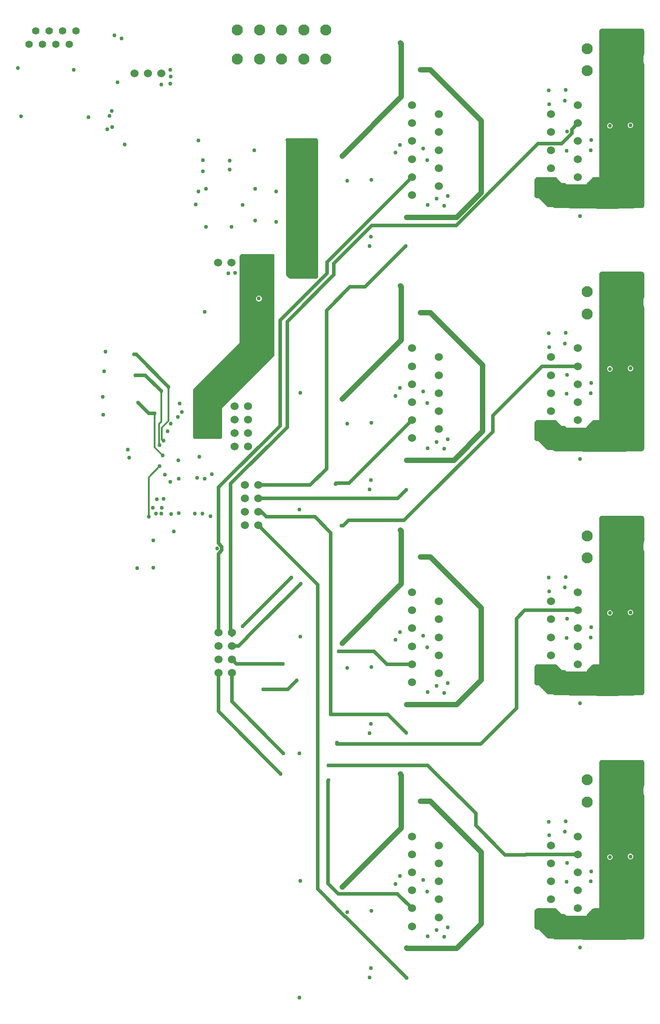
<source format=gbr>
G04 EAGLE Gerber RS-274X export*
G75*
%MOMM*%
%FSLAX34Y34*%
%LPD*%
%INEAGLE Copper Layer 15*%
%IPPOS*%
%AMOC8*
5,1,8,0,0,1.08239X$1,22.5*%
G01*
%ADD10C,1.524000*%
%ADD11C,1.408000*%
%ADD12C,2.100000*%
%ADD13C,0.756400*%
%ADD14C,0.300000*%
%ADD15C,0.700000*%
%ADD16C,1.000000*%

G36*
X1149010Y1521004D02*
X1149010Y1521004D01*
X1149085Y1521001D01*
X1208085Y1522001D01*
X1208227Y1522013D01*
X1208370Y1522014D01*
X1208542Y1522038D01*
X1208715Y1522052D01*
X1208854Y1522081D01*
X1208996Y1522101D01*
X1209163Y1522146D01*
X1209333Y1522182D01*
X1209468Y1522229D01*
X1209606Y1522266D01*
X1209766Y1522332D01*
X1209931Y1522389D01*
X1210059Y1522452D01*
X1210190Y1522506D01*
X1210342Y1522592D01*
X1210497Y1522669D01*
X1210616Y1522748D01*
X1210740Y1522819D01*
X1210879Y1522923D01*
X1211024Y1523019D01*
X1211132Y1523112D01*
X1211246Y1523198D01*
X1211370Y1523318D01*
X1211502Y1523432D01*
X1211597Y1523538D01*
X1211700Y1523638D01*
X1211808Y1523773D01*
X1211924Y1523903D01*
X1212005Y1524020D01*
X1212094Y1524131D01*
X1212185Y1524280D01*
X1212284Y1524423D01*
X1212349Y1524549D01*
X1212424Y1524671D01*
X1212495Y1524829D01*
X1212575Y1524984D01*
X1212624Y1525118D01*
X1212682Y1525248D01*
X1212733Y1525414D01*
X1212792Y1525577D01*
X1212824Y1525716D01*
X1212866Y1525853D01*
X1212895Y1526024D01*
X1212934Y1526193D01*
X1212948Y1526335D01*
X1212972Y1526476D01*
X1212983Y1526689D01*
X1212996Y1526822D01*
X1212994Y1526899D01*
X1212999Y1527000D01*
X1212999Y1793834D01*
X1212994Y1793910D01*
X1212997Y1793985D01*
X1212975Y1794225D01*
X1212959Y1794465D01*
X1212945Y1794539D01*
X1212938Y1794615D01*
X1212861Y1794979D01*
X1212840Y1795086D01*
X1212834Y1795105D01*
X1212829Y1795128D01*
X1211339Y1800688D01*
X1211339Y1807312D01*
X1212829Y1812872D01*
X1212844Y1812946D01*
X1212866Y1813018D01*
X1212906Y1813256D01*
X1212954Y1813492D01*
X1212959Y1813567D01*
X1212972Y1813641D01*
X1212991Y1814014D01*
X1212999Y1814122D01*
X1212998Y1814142D01*
X1212999Y1814166D01*
X1212999Y1857000D01*
X1212988Y1857185D01*
X1212986Y1857370D01*
X1212968Y1857500D01*
X1212959Y1857631D01*
X1212924Y1857812D01*
X1212899Y1857996D01*
X1212865Y1858122D01*
X1212840Y1858252D01*
X1212782Y1858428D01*
X1212734Y1858606D01*
X1212684Y1858727D01*
X1212643Y1858852D01*
X1212564Y1859020D01*
X1212494Y1859190D01*
X1212429Y1859305D01*
X1212373Y1859423D01*
X1212273Y1859579D01*
X1212182Y1859740D01*
X1212103Y1859845D01*
X1212032Y1859956D01*
X1211913Y1860098D01*
X1211802Y1860246D01*
X1211711Y1860340D01*
X1211627Y1860441D01*
X1211491Y1860567D01*
X1211362Y1860700D01*
X1211260Y1860782D01*
X1211163Y1860871D01*
X1211013Y1860979D01*
X1210869Y1861094D01*
X1210756Y1861163D01*
X1210650Y1861239D01*
X1210487Y1861327D01*
X1210329Y1861424D01*
X1210209Y1861477D01*
X1210094Y1861540D01*
X1209921Y1861606D01*
X1209752Y1861682D01*
X1209627Y1861720D01*
X1209504Y1861768D01*
X1209324Y1861812D01*
X1209147Y1861866D01*
X1209018Y1861888D01*
X1208890Y1861919D01*
X1208707Y1861941D01*
X1208524Y1861972D01*
X1208371Y1861980D01*
X1208263Y1861992D01*
X1208154Y1861991D01*
X1208000Y1861999D01*
X1133000Y1861999D01*
X1132815Y1861988D01*
X1132630Y1861986D01*
X1132500Y1861968D01*
X1132369Y1861959D01*
X1132188Y1861924D01*
X1132004Y1861899D01*
X1131878Y1861865D01*
X1131748Y1861840D01*
X1131572Y1861782D01*
X1131394Y1861734D01*
X1131273Y1861684D01*
X1131148Y1861643D01*
X1130980Y1861564D01*
X1130810Y1861494D01*
X1130695Y1861429D01*
X1130577Y1861373D01*
X1130421Y1861273D01*
X1130260Y1861182D01*
X1130155Y1861103D01*
X1130044Y1861032D01*
X1129902Y1860913D01*
X1129754Y1860802D01*
X1129660Y1860711D01*
X1129559Y1860627D01*
X1129433Y1860491D01*
X1129300Y1860362D01*
X1129218Y1860260D01*
X1129129Y1860163D01*
X1129021Y1860013D01*
X1128906Y1859869D01*
X1128837Y1859756D01*
X1128761Y1859650D01*
X1128673Y1859487D01*
X1128576Y1859329D01*
X1128523Y1859209D01*
X1128460Y1859094D01*
X1128394Y1858921D01*
X1128318Y1858752D01*
X1128280Y1858627D01*
X1128232Y1858504D01*
X1128188Y1858324D01*
X1128134Y1858147D01*
X1128112Y1858018D01*
X1128081Y1857890D01*
X1128059Y1857707D01*
X1128028Y1857524D01*
X1128020Y1857371D01*
X1128008Y1857263D01*
X1128009Y1857154D01*
X1128001Y1857000D01*
X1128001Y1580999D01*
X1118000Y1580999D01*
X1117881Y1580992D01*
X1117762Y1580994D01*
X1117566Y1580972D01*
X1117369Y1580959D01*
X1117252Y1580937D01*
X1117133Y1580924D01*
X1116942Y1580877D01*
X1116748Y1580840D01*
X1116635Y1580803D01*
X1116519Y1580775D01*
X1116335Y1580705D01*
X1116148Y1580643D01*
X1116040Y1580592D01*
X1115928Y1580550D01*
X1115755Y1580457D01*
X1115577Y1580373D01*
X1115476Y1580308D01*
X1115371Y1580252D01*
X1115210Y1580138D01*
X1115044Y1580032D01*
X1114952Y1579955D01*
X1114855Y1579886D01*
X1114667Y1579716D01*
X1114559Y1579627D01*
X1114554Y1579621D01*
X1114552Y1579619D01*
X1114516Y1579581D01*
X1114465Y1579535D01*
X1105465Y1570535D01*
X1105386Y1570446D01*
X1105300Y1570362D01*
X1105177Y1570208D01*
X1105047Y1570061D01*
X1104980Y1569962D01*
X1104906Y1569869D01*
X1104803Y1569701D01*
X1104693Y1569537D01*
X1104639Y1569431D01*
X1104576Y1569329D01*
X1104496Y1569149D01*
X1104407Y1568974D01*
X1104367Y1568861D01*
X1104318Y1568752D01*
X1104261Y1568564D01*
X1104195Y1568378D01*
X1104169Y1568262D01*
X1104159Y1568229D01*
X1102929Y1566999D01*
X1066071Y1566999D01*
X1064535Y1568535D01*
X1064446Y1568614D01*
X1064362Y1568700D01*
X1064208Y1568823D01*
X1064061Y1568953D01*
X1063962Y1569020D01*
X1063869Y1569094D01*
X1063701Y1569197D01*
X1063537Y1569307D01*
X1063431Y1569361D01*
X1063329Y1569424D01*
X1063149Y1569504D01*
X1062974Y1569593D01*
X1062861Y1569633D01*
X1062752Y1569682D01*
X1062564Y1569739D01*
X1062378Y1569806D01*
X1062262Y1569831D01*
X1062147Y1569866D01*
X1061953Y1569899D01*
X1061761Y1569941D01*
X1061642Y1569952D01*
X1061524Y1569972D01*
X1061271Y1569985D01*
X1061131Y1569998D01*
X1061073Y1569995D01*
X1061000Y1569999D01*
X1057071Y1569999D01*
X1047535Y1579535D01*
X1047447Y1579612D01*
X1047370Y1579692D01*
X1047369Y1579693D01*
X1047362Y1579700D01*
X1047208Y1579823D01*
X1047061Y1579953D01*
X1046962Y1580020D01*
X1046869Y1580094D01*
X1046701Y1580197D01*
X1046537Y1580307D01*
X1046431Y1580361D01*
X1046329Y1580424D01*
X1046149Y1580504D01*
X1045974Y1580593D01*
X1045861Y1580633D01*
X1045752Y1580682D01*
X1045564Y1580739D01*
X1045378Y1580806D01*
X1045262Y1580831D01*
X1045147Y1580866D01*
X1044953Y1580899D01*
X1044761Y1580941D01*
X1044642Y1580952D01*
X1044524Y1580972D01*
X1044271Y1580985D01*
X1044131Y1580998D01*
X1044073Y1580995D01*
X1044000Y1580999D01*
X1011000Y1580999D01*
X1010881Y1580992D01*
X1010762Y1580994D01*
X1010566Y1580972D01*
X1010369Y1580959D01*
X1010252Y1580937D01*
X1010133Y1580924D01*
X1009942Y1580877D01*
X1009748Y1580840D01*
X1009635Y1580803D01*
X1009519Y1580775D01*
X1009335Y1580705D01*
X1009148Y1580643D01*
X1009040Y1580592D01*
X1008928Y1580550D01*
X1008755Y1580457D01*
X1008577Y1580373D01*
X1008476Y1580308D01*
X1008371Y1580252D01*
X1008210Y1580138D01*
X1008044Y1580032D01*
X1007952Y1579955D01*
X1007855Y1579886D01*
X1007667Y1579716D01*
X1007559Y1579627D01*
X1007554Y1579621D01*
X1007552Y1579619D01*
X1007516Y1579581D01*
X1007465Y1579535D01*
X1006465Y1578535D01*
X1006386Y1578446D01*
X1006300Y1578362D01*
X1006177Y1578208D01*
X1006047Y1578061D01*
X1005980Y1577962D01*
X1005906Y1577869D01*
X1005803Y1577701D01*
X1005693Y1577537D01*
X1005639Y1577431D01*
X1005576Y1577329D01*
X1005496Y1577149D01*
X1005407Y1576974D01*
X1005367Y1576861D01*
X1005318Y1576752D01*
X1005261Y1576564D01*
X1005195Y1576378D01*
X1005169Y1576262D01*
X1005134Y1576147D01*
X1005101Y1575953D01*
X1005059Y1575761D01*
X1005048Y1575642D01*
X1005028Y1575524D01*
X1005015Y1575271D01*
X1005002Y1575131D01*
X1005005Y1575073D01*
X1005001Y1575000D01*
X1005001Y1546000D01*
X1005012Y1545815D01*
X1005014Y1545630D01*
X1005032Y1545500D01*
X1005041Y1545369D01*
X1005076Y1545188D01*
X1005101Y1545004D01*
X1005135Y1544878D01*
X1005160Y1544748D01*
X1005218Y1544572D01*
X1005266Y1544394D01*
X1005316Y1544273D01*
X1005357Y1544148D01*
X1005436Y1543980D01*
X1005506Y1543810D01*
X1005571Y1543695D01*
X1005627Y1543577D01*
X1005727Y1543421D01*
X1005819Y1543260D01*
X1005897Y1543155D01*
X1005968Y1543044D01*
X1006087Y1542902D01*
X1006198Y1542754D01*
X1006289Y1542660D01*
X1006373Y1542559D01*
X1006509Y1542433D01*
X1006638Y1542300D01*
X1006740Y1542218D01*
X1006837Y1542129D01*
X1006987Y1542021D01*
X1007131Y1541906D01*
X1007244Y1541837D01*
X1007350Y1541761D01*
X1007513Y1541673D01*
X1007671Y1541576D01*
X1007791Y1541523D01*
X1007906Y1541460D01*
X1008079Y1541394D01*
X1008248Y1541318D01*
X1008373Y1541280D01*
X1008496Y1541232D01*
X1008676Y1541188D01*
X1008853Y1541134D01*
X1008982Y1541112D01*
X1009110Y1541081D01*
X1009293Y1541059D01*
X1009476Y1541028D01*
X1009629Y1541020D01*
X1009737Y1541008D01*
X1009846Y1541009D01*
X1010000Y1541001D01*
X1012929Y1541001D01*
X1028465Y1525465D01*
X1028554Y1525386D01*
X1028638Y1525300D01*
X1028792Y1525177D01*
X1028939Y1525047D01*
X1029038Y1524980D01*
X1029131Y1524906D01*
X1029300Y1524803D01*
X1029463Y1524693D01*
X1029569Y1524639D01*
X1029671Y1524576D01*
X1029851Y1524496D01*
X1030026Y1524407D01*
X1030139Y1524367D01*
X1030248Y1524318D01*
X1030436Y1524261D01*
X1030622Y1524195D01*
X1030738Y1524169D01*
X1030853Y1524134D01*
X1031047Y1524101D01*
X1031239Y1524059D01*
X1031358Y1524048D01*
X1031476Y1524028D01*
X1031729Y1524015D01*
X1031869Y1524002D01*
X1031927Y1524005D01*
X1032000Y1524001D01*
X1040929Y1524001D01*
X1041465Y1523465D01*
X1041537Y1523402D01*
X1041602Y1523333D01*
X1041773Y1523193D01*
X1041939Y1523047D01*
X1042018Y1522994D01*
X1042092Y1522933D01*
X1042279Y1522817D01*
X1042463Y1522693D01*
X1042548Y1522649D01*
X1042629Y1522599D01*
X1042829Y1522507D01*
X1043026Y1522407D01*
X1043116Y1522375D01*
X1043203Y1522335D01*
X1043414Y1522269D01*
X1043622Y1522195D01*
X1043715Y1522174D01*
X1043806Y1522145D01*
X1044024Y1522106D01*
X1044239Y1522059D01*
X1044334Y1522050D01*
X1044428Y1522034D01*
X1044735Y1522014D01*
X1044869Y1522002D01*
X1044906Y1522004D01*
X1044952Y1522001D01*
X1148952Y1521001D01*
X1149010Y1521004D01*
G37*
G36*
X1149010Y599004D02*
X1149010Y599004D01*
X1149085Y599001D01*
X1208085Y600001D01*
X1208227Y600013D01*
X1208370Y600014D01*
X1208542Y600038D01*
X1208715Y600052D01*
X1208854Y600081D01*
X1208996Y600101D01*
X1209163Y600146D01*
X1209333Y600182D01*
X1209468Y600229D01*
X1209606Y600266D01*
X1209766Y600332D01*
X1209931Y600389D01*
X1210059Y600452D01*
X1210190Y600506D01*
X1210342Y600592D01*
X1210497Y600669D01*
X1210616Y600748D01*
X1210740Y600819D01*
X1210879Y600923D01*
X1211024Y601019D01*
X1211132Y601112D01*
X1211246Y601198D01*
X1211370Y601318D01*
X1211502Y601432D01*
X1211597Y601538D01*
X1211700Y601638D01*
X1211808Y601773D01*
X1211924Y601903D01*
X1212005Y602020D01*
X1212094Y602131D01*
X1212185Y602280D01*
X1212284Y602423D01*
X1212349Y602549D01*
X1212424Y602671D01*
X1212495Y602829D01*
X1212575Y602984D01*
X1212624Y603118D01*
X1212682Y603248D01*
X1212733Y603414D01*
X1212792Y603577D01*
X1212824Y603716D01*
X1212866Y603853D01*
X1212895Y604024D01*
X1212934Y604193D01*
X1212948Y604335D01*
X1212972Y604476D01*
X1212983Y604689D01*
X1212996Y604822D01*
X1212994Y604899D01*
X1212999Y605000D01*
X1212999Y871834D01*
X1212994Y871910D01*
X1212997Y871985D01*
X1212975Y872225D01*
X1212959Y872465D01*
X1212945Y872539D01*
X1212938Y872615D01*
X1212861Y872979D01*
X1212840Y873086D01*
X1212834Y873105D01*
X1212829Y873128D01*
X1211339Y878688D01*
X1211339Y885312D01*
X1212829Y890872D01*
X1212844Y890946D01*
X1212866Y891018D01*
X1212906Y891256D01*
X1212954Y891492D01*
X1212959Y891567D01*
X1212972Y891641D01*
X1212991Y892014D01*
X1212999Y892122D01*
X1212998Y892142D01*
X1212999Y892166D01*
X1212999Y935000D01*
X1212988Y935185D01*
X1212986Y935370D01*
X1212968Y935500D01*
X1212959Y935631D01*
X1212924Y935812D01*
X1212899Y935996D01*
X1212865Y936122D01*
X1212840Y936252D01*
X1212782Y936428D01*
X1212734Y936606D01*
X1212684Y936727D01*
X1212643Y936852D01*
X1212564Y937020D01*
X1212494Y937190D01*
X1212429Y937305D01*
X1212373Y937423D01*
X1212273Y937579D01*
X1212182Y937740D01*
X1212103Y937845D01*
X1212032Y937956D01*
X1211913Y938098D01*
X1211802Y938246D01*
X1211711Y938340D01*
X1211627Y938441D01*
X1211491Y938567D01*
X1211362Y938700D01*
X1211260Y938782D01*
X1211163Y938871D01*
X1211013Y938979D01*
X1210869Y939094D01*
X1210756Y939163D01*
X1210650Y939239D01*
X1210487Y939327D01*
X1210329Y939424D01*
X1210209Y939477D01*
X1210094Y939540D01*
X1209921Y939606D01*
X1209752Y939682D01*
X1209627Y939720D01*
X1209504Y939768D01*
X1209324Y939812D01*
X1209147Y939866D01*
X1209018Y939888D01*
X1208890Y939919D01*
X1208707Y939941D01*
X1208524Y939972D01*
X1208371Y939980D01*
X1208263Y939992D01*
X1208154Y939991D01*
X1208000Y939999D01*
X1133000Y939999D01*
X1132815Y939988D01*
X1132630Y939986D01*
X1132500Y939968D01*
X1132369Y939959D01*
X1132188Y939924D01*
X1132004Y939899D01*
X1131878Y939865D01*
X1131748Y939840D01*
X1131572Y939782D01*
X1131394Y939734D01*
X1131273Y939684D01*
X1131148Y939643D01*
X1130980Y939564D01*
X1130810Y939494D01*
X1130695Y939429D01*
X1130577Y939373D01*
X1130421Y939273D01*
X1130260Y939182D01*
X1130155Y939103D01*
X1130044Y939032D01*
X1129902Y938913D01*
X1129754Y938802D01*
X1129660Y938711D01*
X1129559Y938627D01*
X1129433Y938491D01*
X1129300Y938362D01*
X1129218Y938260D01*
X1129129Y938163D01*
X1129021Y938013D01*
X1128906Y937869D01*
X1128837Y937756D01*
X1128761Y937650D01*
X1128673Y937487D01*
X1128576Y937329D01*
X1128523Y937209D01*
X1128460Y937094D01*
X1128394Y936921D01*
X1128318Y936752D01*
X1128280Y936627D01*
X1128232Y936504D01*
X1128188Y936324D01*
X1128134Y936147D01*
X1128112Y936018D01*
X1128081Y935890D01*
X1128059Y935707D01*
X1128028Y935524D01*
X1128020Y935371D01*
X1128008Y935263D01*
X1128009Y935154D01*
X1128001Y935000D01*
X1128001Y658999D01*
X1118000Y658999D01*
X1117881Y658992D01*
X1117762Y658994D01*
X1117566Y658972D01*
X1117369Y658959D01*
X1117252Y658937D01*
X1117133Y658924D01*
X1116942Y658877D01*
X1116748Y658840D01*
X1116635Y658803D01*
X1116519Y658775D01*
X1116335Y658705D01*
X1116148Y658643D01*
X1116040Y658592D01*
X1115928Y658550D01*
X1115755Y658457D01*
X1115577Y658373D01*
X1115476Y658308D01*
X1115371Y658252D01*
X1115210Y658138D01*
X1115044Y658032D01*
X1114952Y657955D01*
X1114855Y657886D01*
X1114667Y657716D01*
X1114559Y657627D01*
X1114554Y657621D01*
X1114552Y657619D01*
X1114516Y657581D01*
X1114465Y657535D01*
X1105465Y648535D01*
X1105386Y648446D01*
X1105300Y648362D01*
X1105177Y648208D01*
X1105047Y648061D01*
X1104980Y647962D01*
X1104906Y647869D01*
X1104803Y647701D01*
X1104693Y647537D01*
X1104639Y647431D01*
X1104576Y647329D01*
X1104496Y647149D01*
X1104407Y646974D01*
X1104367Y646861D01*
X1104318Y646752D01*
X1104261Y646564D01*
X1104195Y646378D01*
X1104169Y646262D01*
X1104159Y646229D01*
X1102929Y644999D01*
X1066071Y644999D01*
X1064535Y646535D01*
X1064446Y646614D01*
X1064362Y646700D01*
X1064208Y646823D01*
X1064061Y646953D01*
X1063962Y647020D01*
X1063869Y647094D01*
X1063701Y647197D01*
X1063537Y647307D01*
X1063431Y647361D01*
X1063329Y647424D01*
X1063149Y647504D01*
X1062974Y647593D01*
X1062861Y647633D01*
X1062752Y647682D01*
X1062564Y647739D01*
X1062378Y647806D01*
X1062262Y647831D01*
X1062147Y647866D01*
X1061953Y647899D01*
X1061761Y647941D01*
X1061642Y647952D01*
X1061524Y647972D01*
X1061271Y647985D01*
X1061131Y647998D01*
X1061073Y647995D01*
X1061000Y647999D01*
X1057071Y647999D01*
X1047535Y657535D01*
X1047447Y657612D01*
X1047370Y657692D01*
X1047369Y657693D01*
X1047362Y657700D01*
X1047208Y657823D01*
X1047061Y657953D01*
X1046962Y658020D01*
X1046869Y658094D01*
X1046701Y658197D01*
X1046537Y658307D01*
X1046431Y658361D01*
X1046329Y658424D01*
X1046149Y658504D01*
X1045974Y658593D01*
X1045861Y658633D01*
X1045752Y658682D01*
X1045564Y658739D01*
X1045378Y658806D01*
X1045262Y658831D01*
X1045147Y658866D01*
X1044953Y658899D01*
X1044761Y658941D01*
X1044642Y658952D01*
X1044524Y658972D01*
X1044271Y658985D01*
X1044131Y658998D01*
X1044073Y658995D01*
X1044000Y658999D01*
X1011000Y658999D01*
X1010881Y658992D01*
X1010762Y658994D01*
X1010566Y658972D01*
X1010369Y658959D01*
X1010252Y658937D01*
X1010133Y658924D01*
X1009942Y658877D01*
X1009748Y658840D01*
X1009635Y658803D01*
X1009519Y658775D01*
X1009335Y658705D01*
X1009148Y658643D01*
X1009040Y658592D01*
X1008928Y658550D01*
X1008755Y658457D01*
X1008577Y658373D01*
X1008476Y658308D01*
X1008371Y658252D01*
X1008210Y658138D01*
X1008044Y658032D01*
X1007952Y657955D01*
X1007855Y657886D01*
X1007667Y657716D01*
X1007559Y657627D01*
X1007554Y657621D01*
X1007552Y657619D01*
X1007516Y657581D01*
X1007465Y657535D01*
X1006465Y656535D01*
X1006386Y656446D01*
X1006300Y656362D01*
X1006177Y656208D01*
X1006047Y656061D01*
X1005980Y655962D01*
X1005906Y655869D01*
X1005803Y655701D01*
X1005693Y655537D01*
X1005639Y655431D01*
X1005576Y655329D01*
X1005496Y655149D01*
X1005407Y654974D01*
X1005367Y654861D01*
X1005318Y654752D01*
X1005261Y654564D01*
X1005195Y654378D01*
X1005169Y654262D01*
X1005134Y654147D01*
X1005101Y653953D01*
X1005059Y653761D01*
X1005048Y653642D01*
X1005028Y653524D01*
X1005015Y653271D01*
X1005002Y653131D01*
X1005005Y653073D01*
X1005001Y653000D01*
X1005001Y624000D01*
X1005012Y623815D01*
X1005014Y623630D01*
X1005032Y623500D01*
X1005041Y623369D01*
X1005076Y623188D01*
X1005101Y623004D01*
X1005135Y622878D01*
X1005160Y622748D01*
X1005218Y622572D01*
X1005266Y622394D01*
X1005316Y622273D01*
X1005357Y622148D01*
X1005436Y621980D01*
X1005506Y621810D01*
X1005571Y621695D01*
X1005627Y621577D01*
X1005727Y621421D01*
X1005819Y621260D01*
X1005897Y621155D01*
X1005968Y621044D01*
X1006087Y620902D01*
X1006198Y620754D01*
X1006289Y620660D01*
X1006373Y620559D01*
X1006509Y620433D01*
X1006638Y620300D01*
X1006740Y620218D01*
X1006837Y620129D01*
X1006987Y620021D01*
X1007131Y619906D01*
X1007244Y619837D01*
X1007350Y619761D01*
X1007513Y619673D01*
X1007671Y619576D01*
X1007791Y619523D01*
X1007906Y619460D01*
X1008079Y619394D01*
X1008248Y619318D01*
X1008373Y619280D01*
X1008496Y619232D01*
X1008676Y619188D01*
X1008853Y619134D01*
X1008982Y619112D01*
X1009110Y619081D01*
X1009293Y619059D01*
X1009476Y619028D01*
X1009629Y619020D01*
X1009737Y619008D01*
X1009846Y619009D01*
X1010000Y619001D01*
X1012929Y619001D01*
X1028465Y603465D01*
X1028554Y603386D01*
X1028638Y603300D01*
X1028792Y603177D01*
X1028939Y603047D01*
X1029038Y602980D01*
X1029131Y602906D01*
X1029300Y602803D01*
X1029463Y602693D01*
X1029569Y602639D01*
X1029671Y602576D01*
X1029851Y602496D01*
X1030026Y602407D01*
X1030139Y602367D01*
X1030248Y602318D01*
X1030436Y602261D01*
X1030622Y602195D01*
X1030738Y602169D01*
X1030853Y602134D01*
X1031047Y602101D01*
X1031239Y602059D01*
X1031358Y602048D01*
X1031476Y602028D01*
X1031729Y602015D01*
X1031869Y602002D01*
X1031927Y602005D01*
X1032000Y602001D01*
X1040929Y602001D01*
X1041465Y601465D01*
X1041537Y601402D01*
X1041602Y601333D01*
X1041773Y601193D01*
X1041939Y601047D01*
X1042018Y600994D01*
X1042092Y600933D01*
X1042279Y600817D01*
X1042463Y600693D01*
X1042548Y600649D01*
X1042629Y600599D01*
X1042829Y600507D01*
X1043026Y600407D01*
X1043116Y600375D01*
X1043203Y600335D01*
X1043414Y600269D01*
X1043622Y600195D01*
X1043715Y600174D01*
X1043806Y600145D01*
X1044024Y600106D01*
X1044239Y600059D01*
X1044334Y600050D01*
X1044428Y600034D01*
X1044735Y600014D01*
X1044869Y600002D01*
X1044906Y600004D01*
X1044952Y600001D01*
X1148952Y599001D01*
X1149010Y599004D01*
G37*
G36*
X1149010Y137004D02*
X1149010Y137004D01*
X1149085Y137001D01*
X1208085Y138001D01*
X1208227Y138013D01*
X1208370Y138014D01*
X1208542Y138038D01*
X1208715Y138052D01*
X1208854Y138081D01*
X1208996Y138101D01*
X1209163Y138146D01*
X1209333Y138182D01*
X1209468Y138229D01*
X1209606Y138266D01*
X1209766Y138332D01*
X1209931Y138389D01*
X1210059Y138452D01*
X1210190Y138506D01*
X1210342Y138592D01*
X1210497Y138669D01*
X1210616Y138748D01*
X1210740Y138819D01*
X1210879Y138923D01*
X1211024Y139019D01*
X1211132Y139112D01*
X1211246Y139198D01*
X1211370Y139318D01*
X1211502Y139432D01*
X1211597Y139538D01*
X1211700Y139638D01*
X1211808Y139773D01*
X1211924Y139903D01*
X1212005Y140020D01*
X1212094Y140131D01*
X1212185Y140280D01*
X1212284Y140423D01*
X1212349Y140549D01*
X1212424Y140671D01*
X1212495Y140829D01*
X1212575Y140984D01*
X1212624Y141118D01*
X1212682Y141248D01*
X1212733Y141414D01*
X1212792Y141577D01*
X1212824Y141716D01*
X1212866Y141853D01*
X1212895Y142024D01*
X1212934Y142193D01*
X1212948Y142335D01*
X1212972Y142476D01*
X1212983Y142689D01*
X1212996Y142822D01*
X1212994Y142899D01*
X1212999Y143000D01*
X1212999Y409834D01*
X1212994Y409910D01*
X1212997Y409985D01*
X1212975Y410225D01*
X1212959Y410465D01*
X1212945Y410539D01*
X1212938Y410615D01*
X1212861Y410979D01*
X1212840Y411086D01*
X1212834Y411105D01*
X1212829Y411128D01*
X1211339Y416688D01*
X1211339Y423312D01*
X1212829Y428872D01*
X1212844Y428946D01*
X1212866Y429018D01*
X1212906Y429256D01*
X1212954Y429492D01*
X1212959Y429567D01*
X1212972Y429641D01*
X1212991Y430014D01*
X1212999Y430122D01*
X1212998Y430142D01*
X1212999Y430166D01*
X1212999Y473000D01*
X1212988Y473185D01*
X1212986Y473370D01*
X1212968Y473500D01*
X1212959Y473631D01*
X1212924Y473812D01*
X1212899Y473996D01*
X1212865Y474122D01*
X1212840Y474252D01*
X1212782Y474428D01*
X1212734Y474606D01*
X1212684Y474727D01*
X1212643Y474852D01*
X1212564Y475020D01*
X1212494Y475190D01*
X1212429Y475305D01*
X1212373Y475423D01*
X1212273Y475579D01*
X1212182Y475740D01*
X1212103Y475845D01*
X1212032Y475956D01*
X1211913Y476098D01*
X1211802Y476246D01*
X1211711Y476340D01*
X1211627Y476441D01*
X1211491Y476567D01*
X1211362Y476700D01*
X1211260Y476782D01*
X1211163Y476871D01*
X1211013Y476979D01*
X1210869Y477094D01*
X1210756Y477163D01*
X1210650Y477239D01*
X1210487Y477327D01*
X1210329Y477424D01*
X1210209Y477477D01*
X1210094Y477540D01*
X1209921Y477606D01*
X1209752Y477682D01*
X1209627Y477720D01*
X1209504Y477768D01*
X1209324Y477812D01*
X1209147Y477866D01*
X1209018Y477888D01*
X1208890Y477919D01*
X1208707Y477941D01*
X1208524Y477972D01*
X1208371Y477980D01*
X1208263Y477992D01*
X1208154Y477991D01*
X1208000Y477999D01*
X1133000Y477999D01*
X1132815Y477988D01*
X1132630Y477986D01*
X1132500Y477968D01*
X1132369Y477959D01*
X1132188Y477924D01*
X1132004Y477899D01*
X1131878Y477865D01*
X1131748Y477840D01*
X1131572Y477782D01*
X1131394Y477734D01*
X1131273Y477684D01*
X1131148Y477643D01*
X1130980Y477564D01*
X1130810Y477494D01*
X1130695Y477429D01*
X1130577Y477373D01*
X1130421Y477273D01*
X1130260Y477182D01*
X1130155Y477103D01*
X1130044Y477032D01*
X1129902Y476913D01*
X1129754Y476802D01*
X1129660Y476711D01*
X1129559Y476627D01*
X1129433Y476491D01*
X1129300Y476362D01*
X1129218Y476260D01*
X1129129Y476163D01*
X1129021Y476013D01*
X1128906Y475869D01*
X1128837Y475756D01*
X1128761Y475650D01*
X1128673Y475487D01*
X1128576Y475329D01*
X1128523Y475209D01*
X1128460Y475094D01*
X1128394Y474921D01*
X1128318Y474752D01*
X1128280Y474627D01*
X1128232Y474504D01*
X1128188Y474324D01*
X1128134Y474147D01*
X1128112Y474018D01*
X1128081Y473890D01*
X1128059Y473707D01*
X1128028Y473524D01*
X1128020Y473371D01*
X1128008Y473263D01*
X1128009Y473154D01*
X1128001Y473000D01*
X1128001Y196999D01*
X1118000Y196999D01*
X1117881Y196992D01*
X1117762Y196994D01*
X1117566Y196972D01*
X1117369Y196959D01*
X1117252Y196937D01*
X1117133Y196924D01*
X1116942Y196877D01*
X1116748Y196840D01*
X1116635Y196803D01*
X1116519Y196775D01*
X1116335Y196705D01*
X1116148Y196643D01*
X1116040Y196592D01*
X1115928Y196550D01*
X1115755Y196457D01*
X1115577Y196373D01*
X1115476Y196308D01*
X1115371Y196252D01*
X1115210Y196138D01*
X1115044Y196032D01*
X1114952Y195955D01*
X1114855Y195886D01*
X1114667Y195716D01*
X1114559Y195627D01*
X1114554Y195621D01*
X1114552Y195619D01*
X1114516Y195581D01*
X1114465Y195535D01*
X1105465Y186535D01*
X1105386Y186446D01*
X1105300Y186362D01*
X1105177Y186208D01*
X1105047Y186061D01*
X1104980Y185962D01*
X1104906Y185869D01*
X1104803Y185701D01*
X1104693Y185537D01*
X1104639Y185431D01*
X1104576Y185329D01*
X1104496Y185149D01*
X1104407Y184974D01*
X1104367Y184861D01*
X1104318Y184752D01*
X1104261Y184564D01*
X1104195Y184378D01*
X1104169Y184262D01*
X1104159Y184229D01*
X1102929Y182999D01*
X1066071Y182999D01*
X1064535Y184535D01*
X1064446Y184614D01*
X1064362Y184700D01*
X1064208Y184823D01*
X1064061Y184953D01*
X1063962Y185020D01*
X1063869Y185094D01*
X1063701Y185197D01*
X1063537Y185307D01*
X1063431Y185361D01*
X1063329Y185424D01*
X1063149Y185504D01*
X1062974Y185593D01*
X1062861Y185633D01*
X1062752Y185682D01*
X1062564Y185739D01*
X1062378Y185806D01*
X1062262Y185831D01*
X1062147Y185866D01*
X1061953Y185899D01*
X1061761Y185941D01*
X1061642Y185952D01*
X1061524Y185972D01*
X1061271Y185985D01*
X1061131Y185998D01*
X1061073Y185995D01*
X1061000Y185999D01*
X1057071Y185999D01*
X1047535Y195535D01*
X1047447Y195612D01*
X1047370Y195692D01*
X1047369Y195693D01*
X1047362Y195700D01*
X1047208Y195823D01*
X1047061Y195953D01*
X1046962Y196020D01*
X1046869Y196094D01*
X1046701Y196197D01*
X1046537Y196307D01*
X1046431Y196361D01*
X1046329Y196424D01*
X1046149Y196504D01*
X1045974Y196593D01*
X1045861Y196633D01*
X1045752Y196682D01*
X1045564Y196739D01*
X1045378Y196806D01*
X1045262Y196831D01*
X1045147Y196866D01*
X1044953Y196899D01*
X1044761Y196941D01*
X1044642Y196952D01*
X1044524Y196972D01*
X1044271Y196985D01*
X1044131Y196998D01*
X1044073Y196995D01*
X1044000Y196999D01*
X1011000Y196999D01*
X1010881Y196992D01*
X1010762Y196994D01*
X1010566Y196972D01*
X1010369Y196959D01*
X1010252Y196937D01*
X1010133Y196924D01*
X1009942Y196877D01*
X1009748Y196840D01*
X1009635Y196803D01*
X1009519Y196775D01*
X1009335Y196705D01*
X1009148Y196643D01*
X1009040Y196592D01*
X1008928Y196550D01*
X1008755Y196457D01*
X1008577Y196373D01*
X1008476Y196308D01*
X1008371Y196252D01*
X1008210Y196138D01*
X1008044Y196032D01*
X1007952Y195955D01*
X1007855Y195886D01*
X1007667Y195716D01*
X1007559Y195627D01*
X1007554Y195621D01*
X1007552Y195619D01*
X1007516Y195581D01*
X1007465Y195535D01*
X1006465Y194535D01*
X1006386Y194446D01*
X1006300Y194362D01*
X1006177Y194208D01*
X1006047Y194061D01*
X1005980Y193962D01*
X1005906Y193869D01*
X1005803Y193701D01*
X1005693Y193537D01*
X1005639Y193431D01*
X1005576Y193329D01*
X1005496Y193149D01*
X1005407Y192974D01*
X1005367Y192861D01*
X1005318Y192752D01*
X1005261Y192564D01*
X1005195Y192378D01*
X1005169Y192262D01*
X1005134Y192147D01*
X1005101Y191953D01*
X1005059Y191761D01*
X1005048Y191642D01*
X1005028Y191524D01*
X1005015Y191271D01*
X1005002Y191131D01*
X1005005Y191073D01*
X1005001Y191000D01*
X1005001Y162000D01*
X1005012Y161815D01*
X1005014Y161630D01*
X1005032Y161500D01*
X1005041Y161369D01*
X1005076Y161188D01*
X1005101Y161004D01*
X1005135Y160878D01*
X1005160Y160748D01*
X1005218Y160572D01*
X1005266Y160394D01*
X1005316Y160273D01*
X1005357Y160148D01*
X1005436Y159980D01*
X1005506Y159810D01*
X1005571Y159695D01*
X1005627Y159577D01*
X1005727Y159421D01*
X1005819Y159260D01*
X1005897Y159155D01*
X1005968Y159044D01*
X1006087Y158902D01*
X1006198Y158754D01*
X1006289Y158660D01*
X1006373Y158559D01*
X1006509Y158433D01*
X1006638Y158300D01*
X1006740Y158218D01*
X1006837Y158129D01*
X1006987Y158021D01*
X1007131Y157906D01*
X1007244Y157837D01*
X1007350Y157761D01*
X1007513Y157673D01*
X1007671Y157576D01*
X1007791Y157523D01*
X1007906Y157460D01*
X1008079Y157394D01*
X1008248Y157318D01*
X1008373Y157280D01*
X1008496Y157232D01*
X1008676Y157188D01*
X1008853Y157134D01*
X1008982Y157112D01*
X1009110Y157081D01*
X1009293Y157059D01*
X1009476Y157028D01*
X1009629Y157020D01*
X1009737Y157008D01*
X1009846Y157009D01*
X1010000Y157001D01*
X1012929Y157001D01*
X1028465Y141465D01*
X1028554Y141386D01*
X1028638Y141300D01*
X1028792Y141177D01*
X1028939Y141047D01*
X1029038Y140980D01*
X1029131Y140906D01*
X1029300Y140803D01*
X1029463Y140693D01*
X1029569Y140639D01*
X1029671Y140576D01*
X1029851Y140496D01*
X1030026Y140407D01*
X1030139Y140367D01*
X1030248Y140318D01*
X1030436Y140261D01*
X1030622Y140195D01*
X1030738Y140169D01*
X1030853Y140134D01*
X1031047Y140101D01*
X1031239Y140059D01*
X1031358Y140048D01*
X1031476Y140028D01*
X1031729Y140015D01*
X1031869Y140002D01*
X1031927Y140005D01*
X1032000Y140001D01*
X1040929Y140001D01*
X1041465Y139465D01*
X1041537Y139402D01*
X1041602Y139333D01*
X1041773Y139193D01*
X1041939Y139047D01*
X1042018Y138994D01*
X1042092Y138933D01*
X1042279Y138817D01*
X1042463Y138693D01*
X1042548Y138649D01*
X1042629Y138599D01*
X1042829Y138507D01*
X1043026Y138407D01*
X1043116Y138375D01*
X1043203Y138335D01*
X1043414Y138269D01*
X1043622Y138195D01*
X1043715Y138174D01*
X1043806Y138145D01*
X1044024Y138106D01*
X1044239Y138059D01*
X1044334Y138050D01*
X1044428Y138034D01*
X1044735Y138014D01*
X1044869Y138002D01*
X1044906Y138004D01*
X1044952Y138001D01*
X1148952Y137001D01*
X1149010Y137004D01*
G37*
G36*
X1149010Y1061004D02*
X1149010Y1061004D01*
X1149085Y1061001D01*
X1208085Y1062001D01*
X1208227Y1062013D01*
X1208370Y1062014D01*
X1208542Y1062038D01*
X1208715Y1062052D01*
X1208854Y1062081D01*
X1208996Y1062101D01*
X1209163Y1062146D01*
X1209333Y1062182D01*
X1209468Y1062229D01*
X1209606Y1062266D01*
X1209766Y1062332D01*
X1209931Y1062389D01*
X1210059Y1062452D01*
X1210190Y1062506D01*
X1210342Y1062592D01*
X1210497Y1062669D01*
X1210616Y1062748D01*
X1210740Y1062819D01*
X1210879Y1062923D01*
X1211024Y1063019D01*
X1211132Y1063112D01*
X1211246Y1063198D01*
X1211370Y1063318D01*
X1211502Y1063432D01*
X1211597Y1063538D01*
X1211700Y1063638D01*
X1211808Y1063773D01*
X1211924Y1063903D01*
X1212005Y1064020D01*
X1212094Y1064131D01*
X1212185Y1064280D01*
X1212284Y1064423D01*
X1212349Y1064549D01*
X1212424Y1064671D01*
X1212495Y1064829D01*
X1212575Y1064984D01*
X1212624Y1065118D01*
X1212682Y1065248D01*
X1212733Y1065414D01*
X1212792Y1065577D01*
X1212824Y1065716D01*
X1212866Y1065853D01*
X1212895Y1066024D01*
X1212934Y1066193D01*
X1212948Y1066335D01*
X1212972Y1066476D01*
X1212983Y1066689D01*
X1212996Y1066822D01*
X1212994Y1066899D01*
X1212999Y1067000D01*
X1212999Y1333834D01*
X1212994Y1333910D01*
X1212997Y1333985D01*
X1212975Y1334225D01*
X1212959Y1334465D01*
X1212945Y1334539D01*
X1212938Y1334615D01*
X1212861Y1334979D01*
X1212840Y1335086D01*
X1212834Y1335105D01*
X1212829Y1335128D01*
X1211339Y1340688D01*
X1211339Y1347312D01*
X1212829Y1352872D01*
X1212844Y1352946D01*
X1212866Y1353018D01*
X1212906Y1353256D01*
X1212954Y1353492D01*
X1212959Y1353567D01*
X1212972Y1353641D01*
X1212991Y1354014D01*
X1212999Y1354122D01*
X1212998Y1354142D01*
X1212999Y1354166D01*
X1212999Y1397000D01*
X1212988Y1397185D01*
X1212986Y1397370D01*
X1212968Y1397500D01*
X1212959Y1397631D01*
X1212924Y1397812D01*
X1212899Y1397996D01*
X1212865Y1398122D01*
X1212840Y1398252D01*
X1212782Y1398428D01*
X1212734Y1398606D01*
X1212684Y1398727D01*
X1212643Y1398852D01*
X1212564Y1399020D01*
X1212494Y1399190D01*
X1212429Y1399305D01*
X1212373Y1399423D01*
X1212273Y1399579D01*
X1212182Y1399740D01*
X1212103Y1399845D01*
X1212032Y1399956D01*
X1211913Y1400098D01*
X1211802Y1400246D01*
X1211711Y1400340D01*
X1211627Y1400441D01*
X1211491Y1400567D01*
X1211362Y1400700D01*
X1211260Y1400782D01*
X1211163Y1400871D01*
X1211013Y1400979D01*
X1210869Y1401094D01*
X1210756Y1401163D01*
X1210650Y1401239D01*
X1210487Y1401327D01*
X1210329Y1401424D01*
X1210209Y1401477D01*
X1210094Y1401540D01*
X1209921Y1401606D01*
X1209752Y1401682D01*
X1209627Y1401720D01*
X1209504Y1401768D01*
X1209324Y1401812D01*
X1209147Y1401866D01*
X1209018Y1401888D01*
X1208890Y1401919D01*
X1208707Y1401941D01*
X1208524Y1401972D01*
X1208371Y1401980D01*
X1208263Y1401992D01*
X1208154Y1401991D01*
X1208000Y1401999D01*
X1133000Y1401999D01*
X1132815Y1401988D01*
X1132630Y1401986D01*
X1132500Y1401968D01*
X1132369Y1401959D01*
X1132188Y1401924D01*
X1132004Y1401899D01*
X1131878Y1401865D01*
X1131748Y1401840D01*
X1131572Y1401782D01*
X1131394Y1401734D01*
X1131273Y1401684D01*
X1131148Y1401643D01*
X1130980Y1401564D01*
X1130810Y1401494D01*
X1130695Y1401429D01*
X1130577Y1401373D01*
X1130421Y1401273D01*
X1130260Y1401182D01*
X1130155Y1401103D01*
X1130044Y1401032D01*
X1129902Y1400913D01*
X1129754Y1400802D01*
X1129660Y1400711D01*
X1129559Y1400627D01*
X1129433Y1400491D01*
X1129300Y1400362D01*
X1129218Y1400260D01*
X1129129Y1400163D01*
X1129021Y1400013D01*
X1128906Y1399869D01*
X1128837Y1399756D01*
X1128761Y1399650D01*
X1128673Y1399487D01*
X1128576Y1399329D01*
X1128523Y1399209D01*
X1128460Y1399094D01*
X1128394Y1398921D01*
X1128318Y1398752D01*
X1128280Y1398627D01*
X1128232Y1398504D01*
X1128188Y1398324D01*
X1128134Y1398147D01*
X1128112Y1398018D01*
X1128081Y1397890D01*
X1128059Y1397707D01*
X1128028Y1397524D01*
X1128020Y1397371D01*
X1128008Y1397263D01*
X1128009Y1397154D01*
X1128001Y1397000D01*
X1128001Y1120999D01*
X1118000Y1120999D01*
X1117881Y1120992D01*
X1117762Y1120994D01*
X1117566Y1120972D01*
X1117369Y1120959D01*
X1117252Y1120937D01*
X1117133Y1120924D01*
X1116942Y1120877D01*
X1116748Y1120840D01*
X1116635Y1120803D01*
X1116519Y1120775D01*
X1116335Y1120705D01*
X1116148Y1120643D01*
X1116040Y1120592D01*
X1115928Y1120550D01*
X1115755Y1120457D01*
X1115577Y1120373D01*
X1115476Y1120308D01*
X1115371Y1120252D01*
X1115210Y1120138D01*
X1115044Y1120032D01*
X1114952Y1119955D01*
X1114855Y1119886D01*
X1114667Y1119716D01*
X1114559Y1119627D01*
X1114554Y1119621D01*
X1114552Y1119619D01*
X1114516Y1119581D01*
X1114465Y1119535D01*
X1105465Y1110535D01*
X1105386Y1110446D01*
X1105300Y1110362D01*
X1105177Y1110208D01*
X1105047Y1110061D01*
X1104980Y1109962D01*
X1104906Y1109869D01*
X1104803Y1109701D01*
X1104693Y1109537D01*
X1104639Y1109431D01*
X1104576Y1109329D01*
X1104496Y1109149D01*
X1104407Y1108974D01*
X1104367Y1108861D01*
X1104318Y1108752D01*
X1104261Y1108564D01*
X1104195Y1108378D01*
X1104169Y1108262D01*
X1104159Y1108229D01*
X1102929Y1106999D01*
X1066071Y1106999D01*
X1064535Y1108535D01*
X1064446Y1108614D01*
X1064362Y1108700D01*
X1064208Y1108823D01*
X1064061Y1108953D01*
X1063962Y1109020D01*
X1063869Y1109094D01*
X1063701Y1109197D01*
X1063537Y1109307D01*
X1063431Y1109361D01*
X1063329Y1109424D01*
X1063149Y1109504D01*
X1062974Y1109593D01*
X1062861Y1109633D01*
X1062752Y1109682D01*
X1062564Y1109739D01*
X1062378Y1109806D01*
X1062262Y1109831D01*
X1062147Y1109866D01*
X1061953Y1109899D01*
X1061761Y1109941D01*
X1061642Y1109952D01*
X1061524Y1109972D01*
X1061271Y1109985D01*
X1061131Y1109998D01*
X1061073Y1109995D01*
X1061000Y1109999D01*
X1057071Y1109999D01*
X1047535Y1119535D01*
X1047447Y1119612D01*
X1047370Y1119692D01*
X1047369Y1119693D01*
X1047362Y1119700D01*
X1047208Y1119823D01*
X1047061Y1119953D01*
X1046962Y1120020D01*
X1046869Y1120094D01*
X1046701Y1120197D01*
X1046537Y1120307D01*
X1046431Y1120361D01*
X1046329Y1120424D01*
X1046149Y1120504D01*
X1045974Y1120593D01*
X1045861Y1120633D01*
X1045752Y1120682D01*
X1045564Y1120739D01*
X1045378Y1120806D01*
X1045262Y1120831D01*
X1045147Y1120866D01*
X1044953Y1120899D01*
X1044761Y1120941D01*
X1044642Y1120952D01*
X1044524Y1120972D01*
X1044271Y1120985D01*
X1044131Y1120998D01*
X1044073Y1120995D01*
X1044000Y1120999D01*
X1011000Y1120999D01*
X1010881Y1120992D01*
X1010762Y1120994D01*
X1010566Y1120972D01*
X1010369Y1120959D01*
X1010252Y1120937D01*
X1010133Y1120924D01*
X1009942Y1120877D01*
X1009748Y1120840D01*
X1009635Y1120803D01*
X1009519Y1120775D01*
X1009335Y1120705D01*
X1009148Y1120643D01*
X1009040Y1120592D01*
X1008928Y1120550D01*
X1008755Y1120457D01*
X1008577Y1120373D01*
X1008476Y1120308D01*
X1008371Y1120252D01*
X1008210Y1120138D01*
X1008044Y1120032D01*
X1007952Y1119955D01*
X1007855Y1119886D01*
X1007667Y1119716D01*
X1007559Y1119627D01*
X1007554Y1119621D01*
X1007552Y1119619D01*
X1007516Y1119581D01*
X1007465Y1119535D01*
X1006465Y1118535D01*
X1006386Y1118446D01*
X1006300Y1118362D01*
X1006177Y1118208D01*
X1006047Y1118061D01*
X1005980Y1117962D01*
X1005906Y1117869D01*
X1005803Y1117701D01*
X1005693Y1117537D01*
X1005639Y1117431D01*
X1005576Y1117329D01*
X1005496Y1117149D01*
X1005407Y1116974D01*
X1005367Y1116861D01*
X1005318Y1116752D01*
X1005261Y1116564D01*
X1005195Y1116378D01*
X1005169Y1116262D01*
X1005134Y1116147D01*
X1005101Y1115953D01*
X1005059Y1115761D01*
X1005048Y1115642D01*
X1005028Y1115524D01*
X1005015Y1115271D01*
X1005002Y1115131D01*
X1005005Y1115073D01*
X1005001Y1115000D01*
X1005001Y1086000D01*
X1005012Y1085815D01*
X1005014Y1085630D01*
X1005032Y1085500D01*
X1005041Y1085369D01*
X1005076Y1085188D01*
X1005101Y1085004D01*
X1005135Y1084878D01*
X1005160Y1084748D01*
X1005218Y1084572D01*
X1005266Y1084394D01*
X1005316Y1084273D01*
X1005357Y1084148D01*
X1005436Y1083980D01*
X1005506Y1083810D01*
X1005571Y1083695D01*
X1005627Y1083577D01*
X1005727Y1083421D01*
X1005819Y1083260D01*
X1005897Y1083155D01*
X1005968Y1083044D01*
X1006087Y1082902D01*
X1006198Y1082754D01*
X1006289Y1082660D01*
X1006373Y1082559D01*
X1006509Y1082433D01*
X1006638Y1082300D01*
X1006740Y1082218D01*
X1006837Y1082129D01*
X1006987Y1082021D01*
X1007131Y1081906D01*
X1007244Y1081837D01*
X1007350Y1081761D01*
X1007513Y1081673D01*
X1007671Y1081576D01*
X1007791Y1081523D01*
X1007906Y1081460D01*
X1008079Y1081394D01*
X1008248Y1081318D01*
X1008373Y1081280D01*
X1008496Y1081232D01*
X1008676Y1081188D01*
X1008853Y1081134D01*
X1008982Y1081112D01*
X1009110Y1081081D01*
X1009293Y1081059D01*
X1009476Y1081028D01*
X1009629Y1081020D01*
X1009737Y1081008D01*
X1009846Y1081009D01*
X1010000Y1081001D01*
X1012929Y1081001D01*
X1028465Y1065465D01*
X1028554Y1065386D01*
X1028638Y1065300D01*
X1028792Y1065177D01*
X1028939Y1065047D01*
X1029038Y1064980D01*
X1029131Y1064906D01*
X1029300Y1064803D01*
X1029463Y1064693D01*
X1029569Y1064639D01*
X1029671Y1064576D01*
X1029851Y1064496D01*
X1030026Y1064407D01*
X1030139Y1064367D01*
X1030248Y1064318D01*
X1030436Y1064261D01*
X1030622Y1064195D01*
X1030738Y1064169D01*
X1030853Y1064134D01*
X1031047Y1064101D01*
X1031239Y1064059D01*
X1031358Y1064048D01*
X1031476Y1064028D01*
X1031729Y1064015D01*
X1031869Y1064002D01*
X1031927Y1064005D01*
X1032000Y1064001D01*
X1040929Y1064001D01*
X1041465Y1063465D01*
X1041537Y1063402D01*
X1041602Y1063333D01*
X1041773Y1063193D01*
X1041939Y1063047D01*
X1042018Y1062994D01*
X1042092Y1062933D01*
X1042279Y1062817D01*
X1042463Y1062693D01*
X1042548Y1062649D01*
X1042629Y1062599D01*
X1042829Y1062507D01*
X1043026Y1062407D01*
X1043116Y1062375D01*
X1043203Y1062335D01*
X1043414Y1062269D01*
X1043622Y1062195D01*
X1043715Y1062174D01*
X1043806Y1062145D01*
X1044024Y1062106D01*
X1044239Y1062059D01*
X1044334Y1062050D01*
X1044428Y1062034D01*
X1044735Y1062014D01*
X1044869Y1062002D01*
X1044906Y1062004D01*
X1044952Y1062001D01*
X1148952Y1061001D01*
X1149010Y1061004D01*
G37*
G36*
X410162Y1085513D02*
X410162Y1085513D01*
X410324Y1085516D01*
X410425Y1085533D01*
X410527Y1085541D01*
X410685Y1085577D01*
X410846Y1085604D01*
X410943Y1085637D01*
X411042Y1085660D01*
X411193Y1085719D01*
X411348Y1085771D01*
X411439Y1085817D01*
X411534Y1085855D01*
X411674Y1085937D01*
X411819Y1086011D01*
X411902Y1086070D01*
X411990Y1086122D01*
X412117Y1086224D01*
X412248Y1086319D01*
X412321Y1086390D01*
X412401Y1086454D01*
X412511Y1086575D01*
X412627Y1086688D01*
X412688Y1086770D01*
X412757Y1086845D01*
X412847Y1086980D01*
X412945Y1087110D01*
X412994Y1087200D01*
X413050Y1087285D01*
X413119Y1087432D01*
X413196Y1087575D01*
X413231Y1087672D01*
X413274Y1087764D01*
X413320Y1087920D01*
X413374Y1088073D01*
X413394Y1088174D01*
X413423Y1088272D01*
X413444Y1088432D01*
X413475Y1088592D01*
X413483Y1088718D01*
X413493Y1088796D01*
X413492Y1088875D01*
X413499Y1089000D01*
X413499Y1143551D01*
X511474Y1241526D01*
X511547Y1241610D01*
X511627Y1241688D01*
X511719Y1241810D01*
X511819Y1241927D01*
X511878Y1242021D01*
X511945Y1242110D01*
X512018Y1242245D01*
X512099Y1242375D01*
X512143Y1242477D01*
X512196Y1242575D01*
X512248Y1242720D01*
X512309Y1242861D01*
X512337Y1242968D01*
X512374Y1243073D01*
X512404Y1243224D01*
X512442Y1243372D01*
X512454Y1243483D01*
X512475Y1243592D01*
X512488Y1243802D01*
X512498Y1243898D01*
X512496Y1243940D01*
X512499Y1244000D01*
X512499Y1432000D01*
X512487Y1432162D01*
X512484Y1432324D01*
X512467Y1432425D01*
X512459Y1432527D01*
X512423Y1432685D01*
X512396Y1432846D01*
X512363Y1432943D01*
X512340Y1433042D01*
X512281Y1433193D01*
X512229Y1433348D01*
X512183Y1433439D01*
X512145Y1433534D01*
X512063Y1433674D01*
X511990Y1433819D01*
X511930Y1433902D01*
X511878Y1433990D01*
X511776Y1434117D01*
X511681Y1434248D01*
X511610Y1434321D01*
X511546Y1434401D01*
X511425Y1434511D01*
X511312Y1434627D01*
X511230Y1434688D01*
X511155Y1434757D01*
X511020Y1434847D01*
X510890Y1434945D01*
X510800Y1434994D01*
X510715Y1435050D01*
X510568Y1435119D01*
X510425Y1435196D01*
X510328Y1435231D01*
X510236Y1435274D01*
X510080Y1435320D01*
X509927Y1435374D01*
X509826Y1435394D01*
X509728Y1435423D01*
X509568Y1435444D01*
X509408Y1435475D01*
X509282Y1435483D01*
X509204Y1435493D01*
X509125Y1435492D01*
X509000Y1435499D01*
X451000Y1435499D01*
X450889Y1435491D01*
X450778Y1435492D01*
X450626Y1435471D01*
X450473Y1435459D01*
X450364Y1435434D01*
X450254Y1435419D01*
X450107Y1435375D01*
X449958Y1435340D01*
X449854Y1435299D01*
X449747Y1435267D01*
X449609Y1435202D01*
X449466Y1435145D01*
X449370Y1435089D01*
X449269Y1435041D01*
X449142Y1434956D01*
X449010Y1434878D01*
X448923Y1434808D01*
X448831Y1434746D01*
X448674Y1434606D01*
X448599Y1434546D01*
X448570Y1434514D01*
X448526Y1434474D01*
X447526Y1433474D01*
X447453Y1433390D01*
X447373Y1433312D01*
X447281Y1433190D01*
X447181Y1433073D01*
X447122Y1432979D01*
X447055Y1432890D01*
X446982Y1432755D01*
X446901Y1432625D01*
X446857Y1432523D01*
X446804Y1432425D01*
X446752Y1432280D01*
X446691Y1432139D01*
X446663Y1432032D01*
X446626Y1431927D01*
X446596Y1431776D01*
X446558Y1431628D01*
X446546Y1431517D01*
X446525Y1431408D01*
X446512Y1431198D01*
X446502Y1431102D01*
X446504Y1431060D01*
X446501Y1431000D01*
X446501Y1267449D01*
X359526Y1180474D01*
X359453Y1180390D01*
X359373Y1180312D01*
X359281Y1180190D01*
X359181Y1180073D01*
X359122Y1179979D01*
X359055Y1179890D01*
X358982Y1179755D01*
X358901Y1179625D01*
X358857Y1179523D01*
X358804Y1179425D01*
X358752Y1179280D01*
X358691Y1179139D01*
X358663Y1179032D01*
X358626Y1178927D01*
X358596Y1178776D01*
X358558Y1178628D01*
X358546Y1178517D01*
X358525Y1178408D01*
X358512Y1178198D01*
X358502Y1178102D01*
X358504Y1178060D01*
X358501Y1178000D01*
X358501Y1089000D01*
X358513Y1088838D01*
X358516Y1088676D01*
X358533Y1088575D01*
X358541Y1088473D01*
X358577Y1088315D01*
X358604Y1088154D01*
X358637Y1088057D01*
X358660Y1087958D01*
X358719Y1087807D01*
X358771Y1087653D01*
X358817Y1087561D01*
X358855Y1087466D01*
X358937Y1087326D01*
X359011Y1087181D01*
X359070Y1087098D01*
X359122Y1087010D01*
X359224Y1086883D01*
X359319Y1086752D01*
X359390Y1086679D01*
X359454Y1086599D01*
X359575Y1086489D01*
X359688Y1086373D01*
X359770Y1086312D01*
X359845Y1086243D01*
X359980Y1086153D01*
X360110Y1086055D01*
X360200Y1086006D01*
X360285Y1085950D01*
X360432Y1085881D01*
X360575Y1085804D01*
X360672Y1085769D01*
X360764Y1085726D01*
X360920Y1085680D01*
X361073Y1085626D01*
X361174Y1085606D01*
X361272Y1085577D01*
X361432Y1085556D01*
X361592Y1085525D01*
X361718Y1085517D01*
X361796Y1085507D01*
X361875Y1085508D01*
X362000Y1085501D01*
X410000Y1085501D01*
X410162Y1085513D01*
G37*
G36*
X591111Y1388509D02*
X591111Y1388509D01*
X591222Y1388508D01*
X591374Y1388529D01*
X591527Y1388541D01*
X591636Y1388566D01*
X591746Y1388581D01*
X591893Y1388625D01*
X592042Y1388660D01*
X592146Y1388701D01*
X592253Y1388733D01*
X592391Y1388798D01*
X592534Y1388855D01*
X592630Y1388911D01*
X592731Y1388959D01*
X592858Y1389044D01*
X592990Y1389122D01*
X593077Y1389192D01*
X593169Y1389254D01*
X593326Y1389394D01*
X593401Y1389454D01*
X593430Y1389486D01*
X593474Y1389526D01*
X594474Y1390526D01*
X594547Y1390610D01*
X594627Y1390688D01*
X594719Y1390810D01*
X594819Y1390927D01*
X594878Y1391021D01*
X594945Y1391110D01*
X595018Y1391245D01*
X595099Y1391375D01*
X595143Y1391477D01*
X595196Y1391575D01*
X595248Y1391720D01*
X595309Y1391861D01*
X595337Y1391968D01*
X595374Y1392073D01*
X595404Y1392224D01*
X595442Y1392372D01*
X595454Y1392483D01*
X595475Y1392592D01*
X595488Y1392802D01*
X595498Y1392898D01*
X595496Y1392940D01*
X595499Y1393000D01*
X595499Y1650000D01*
X595491Y1650111D01*
X595492Y1650222D01*
X595471Y1650374D01*
X595459Y1650527D01*
X595434Y1650636D01*
X595419Y1650746D01*
X595375Y1650893D01*
X595340Y1651042D01*
X595299Y1651146D01*
X595267Y1651253D01*
X595202Y1651391D01*
X595145Y1651534D01*
X595089Y1651630D01*
X595041Y1651731D01*
X594956Y1651858D01*
X594878Y1651990D01*
X594808Y1652077D01*
X594746Y1652169D01*
X594606Y1652326D01*
X594546Y1652401D01*
X594514Y1652430D01*
X594474Y1652474D01*
X593474Y1653474D01*
X593398Y1653540D01*
X593368Y1653571D01*
X593363Y1653575D01*
X593312Y1653627D01*
X593190Y1653719D01*
X593073Y1653819D01*
X592979Y1653878D01*
X592890Y1653945D01*
X592755Y1654018D01*
X592625Y1654099D01*
X592523Y1654143D01*
X592425Y1654196D01*
X592280Y1654248D01*
X592139Y1654309D01*
X592032Y1654337D01*
X591927Y1654374D01*
X591776Y1654404D01*
X591628Y1654442D01*
X591517Y1654454D01*
X591408Y1654475D01*
X591198Y1654488D01*
X591102Y1654498D01*
X591060Y1654496D01*
X591000Y1654499D01*
X537000Y1654499D01*
X536787Y1654483D01*
X536574Y1654473D01*
X536524Y1654463D01*
X536473Y1654459D01*
X536265Y1654411D01*
X536056Y1654369D01*
X536007Y1654352D01*
X535958Y1654340D01*
X535759Y1654262D01*
X535559Y1654189D01*
X535514Y1654164D01*
X535466Y1654145D01*
X535282Y1654037D01*
X535095Y1653935D01*
X535054Y1653904D01*
X535010Y1653878D01*
X534844Y1653744D01*
X534674Y1653615D01*
X534639Y1653578D01*
X534599Y1653546D01*
X534455Y1653388D01*
X534307Y1653234D01*
X534277Y1653193D01*
X534243Y1653155D01*
X534125Y1652977D01*
X534001Y1652803D01*
X533978Y1652757D01*
X533950Y1652715D01*
X533859Y1652521D01*
X533764Y1652331D01*
X533748Y1652282D01*
X533726Y1652236D01*
X533666Y1652031D01*
X533600Y1651828D01*
X533592Y1651777D01*
X533577Y1651728D01*
X533549Y1651517D01*
X533514Y1651306D01*
X533514Y1651255D01*
X533507Y1651204D01*
X533510Y1650991D01*
X533508Y1650778D01*
X533515Y1650727D01*
X533516Y1650676D01*
X533552Y1650465D01*
X533581Y1650254D01*
X533596Y1650205D01*
X533604Y1650154D01*
X533672Y1649952D01*
X533733Y1649747D01*
X533755Y1649701D01*
X533771Y1649653D01*
X533867Y1649462D01*
X533959Y1649269D01*
X533987Y1649227D01*
X534011Y1649181D01*
X534134Y1649009D01*
X534254Y1648831D01*
X534294Y1648786D01*
X534319Y1648752D01*
X534386Y1648683D01*
X534501Y1648554D01*
X534501Y1397000D01*
X534509Y1396889D01*
X534508Y1396778D01*
X534529Y1396626D01*
X534541Y1396473D01*
X534566Y1396364D01*
X534581Y1396254D01*
X534625Y1396107D01*
X534660Y1395958D01*
X534701Y1395854D01*
X534733Y1395747D01*
X534798Y1395609D01*
X534855Y1395466D01*
X534911Y1395370D01*
X534959Y1395269D01*
X535044Y1395142D01*
X535122Y1395010D01*
X535192Y1394923D01*
X535254Y1394831D01*
X535394Y1394674D01*
X535454Y1394599D01*
X535486Y1394570D01*
X535526Y1394526D01*
X540526Y1389526D01*
X540610Y1389453D01*
X540688Y1389373D01*
X540810Y1389281D01*
X540927Y1389181D01*
X541021Y1389122D01*
X541110Y1389055D01*
X541245Y1388982D01*
X541375Y1388901D01*
X541477Y1388857D01*
X541575Y1388804D01*
X541720Y1388752D01*
X541861Y1388691D01*
X541968Y1388663D01*
X542073Y1388626D01*
X542224Y1388596D01*
X542372Y1388558D01*
X542483Y1388546D01*
X542592Y1388525D01*
X542802Y1388512D01*
X542898Y1388502D01*
X542940Y1388504D01*
X543000Y1388501D01*
X591000Y1388501D01*
X591111Y1388509D01*
G37*
%LPC*%
G36*
X1185949Y1673717D02*
X1185949Y1673717D01*
X1184008Y1674521D01*
X1182521Y1676008D01*
X1181717Y1677949D01*
X1181717Y1680051D01*
X1182521Y1681992D01*
X1184008Y1683479D01*
X1185949Y1684283D01*
X1188051Y1684283D01*
X1189992Y1683479D01*
X1191479Y1681992D01*
X1192283Y1680051D01*
X1192283Y1677949D01*
X1191479Y1676008D01*
X1189992Y1674521D01*
X1188051Y1673717D01*
X1185949Y1673717D01*
G37*
%LPD*%
%LPC*%
G36*
X1146949Y1672717D02*
X1146949Y1672717D01*
X1145008Y1673521D01*
X1143521Y1675008D01*
X1142717Y1676949D01*
X1142717Y1679051D01*
X1143521Y1680992D01*
X1145008Y1682479D01*
X1146949Y1683283D01*
X1149051Y1683283D01*
X1150992Y1682479D01*
X1152479Y1680992D01*
X1153283Y1679051D01*
X1153283Y1676949D01*
X1152479Y1675008D01*
X1150992Y1673521D01*
X1149051Y1672717D01*
X1146949Y1672717D01*
G37*
%LPD*%
%LPC*%
G36*
X481949Y1345717D02*
X481949Y1345717D01*
X480008Y1346521D01*
X478521Y1348008D01*
X477717Y1349949D01*
X477717Y1352051D01*
X478521Y1353992D01*
X480008Y1355479D01*
X481949Y1356283D01*
X484051Y1356283D01*
X485992Y1355479D01*
X487479Y1353992D01*
X488283Y1352051D01*
X488283Y1349949D01*
X487479Y1348008D01*
X485992Y1346521D01*
X484051Y1345717D01*
X481949Y1345717D01*
G37*
%LPD*%
%LPC*%
G36*
X1185949Y1213717D02*
X1185949Y1213717D01*
X1184008Y1214521D01*
X1182521Y1216008D01*
X1181717Y1217949D01*
X1181717Y1220051D01*
X1182521Y1221992D01*
X1184008Y1223479D01*
X1185949Y1224283D01*
X1188051Y1224283D01*
X1189992Y1223479D01*
X1191479Y1221992D01*
X1192283Y1220051D01*
X1192283Y1217949D01*
X1191479Y1216008D01*
X1189992Y1214521D01*
X1188051Y1213717D01*
X1185949Y1213717D01*
G37*
%LPD*%
%LPC*%
G36*
X1146949Y1212717D02*
X1146949Y1212717D01*
X1145008Y1213521D01*
X1143521Y1215008D01*
X1142717Y1216949D01*
X1142717Y1219051D01*
X1143521Y1220992D01*
X1145008Y1222479D01*
X1146949Y1223283D01*
X1149051Y1223283D01*
X1150992Y1222479D01*
X1152479Y1220992D01*
X1153283Y1219051D01*
X1153283Y1216949D01*
X1152479Y1215008D01*
X1150992Y1213521D01*
X1149051Y1212717D01*
X1146949Y1212717D01*
G37*
%LPD*%
%LPC*%
G36*
X1185949Y751717D02*
X1185949Y751717D01*
X1184008Y752521D01*
X1182521Y754008D01*
X1181717Y755949D01*
X1181717Y758051D01*
X1182521Y759992D01*
X1184008Y761479D01*
X1185949Y762283D01*
X1188051Y762283D01*
X1189992Y761479D01*
X1191479Y759992D01*
X1192283Y758051D01*
X1192283Y755949D01*
X1191479Y754008D01*
X1189992Y752521D01*
X1188051Y751717D01*
X1185949Y751717D01*
G37*
%LPD*%
%LPC*%
G36*
X1146949Y750717D02*
X1146949Y750717D01*
X1145008Y751521D01*
X1143521Y753008D01*
X1142717Y754949D01*
X1142717Y757051D01*
X1143521Y758992D01*
X1145008Y760479D01*
X1146949Y761283D01*
X1149051Y761283D01*
X1150992Y760479D01*
X1152479Y758992D01*
X1153283Y757051D01*
X1153283Y754949D01*
X1152479Y753008D01*
X1150992Y751521D01*
X1149051Y750717D01*
X1146949Y750717D01*
G37*
%LPD*%
%LPC*%
G36*
X1185949Y289717D02*
X1185949Y289717D01*
X1184008Y290521D01*
X1182521Y292008D01*
X1181717Y293949D01*
X1181717Y296051D01*
X1182521Y297992D01*
X1184008Y299479D01*
X1185949Y300283D01*
X1188051Y300283D01*
X1189992Y299479D01*
X1191479Y297992D01*
X1192283Y296051D01*
X1192283Y293949D01*
X1191479Y292008D01*
X1189992Y290521D01*
X1188051Y289717D01*
X1185949Y289717D01*
G37*
%LPD*%
%LPC*%
G36*
X1146949Y288717D02*
X1146949Y288717D01*
X1145008Y289521D01*
X1143521Y291008D01*
X1142717Y292949D01*
X1142717Y295051D01*
X1143521Y296992D01*
X1145008Y298479D01*
X1146949Y299283D01*
X1149051Y299283D01*
X1150992Y298479D01*
X1152479Y296992D01*
X1153283Y295051D01*
X1153283Y292949D01*
X1152479Y291008D01*
X1150992Y289521D01*
X1149051Y288717D01*
X1146949Y288717D01*
G37*
%LPD*%
D10*
X247300Y1777100D03*
X272700Y1777100D03*
X298100Y1777100D03*
X456800Y1419500D03*
X431400Y1419500D03*
X406000Y1419500D03*
D11*
X98321Y1832459D03*
X111021Y1857859D03*
X123721Y1832459D03*
X85621Y1857859D03*
X136421Y1857859D03*
X72921Y1832459D03*
X60221Y1857859D03*
X47521Y1832459D03*
D10*
X456300Y998100D03*
X456300Y972700D03*
X456300Y947300D03*
X456300Y921900D03*
X481700Y998100D03*
X481700Y972700D03*
X481700Y947300D03*
X481700Y921900D03*
X437300Y1147100D03*
X437300Y1121700D03*
X437300Y1096300D03*
X437300Y1070900D03*
X462700Y1147100D03*
X462700Y1121700D03*
X462700Y1096300D03*
X462700Y1070900D03*
D12*
X484000Y1859500D03*
X442000Y1859500D03*
X442000Y1804500D03*
X484000Y1804500D03*
X526000Y1859500D03*
X526000Y1804500D03*
X568000Y1859500D03*
X568000Y1804500D03*
X610000Y1859500D03*
X610000Y1804500D03*
D10*
X772800Y1717090D03*
X823600Y1700072D03*
X772800Y1683054D03*
X823600Y1666036D03*
X772800Y1649018D03*
X823600Y1632000D03*
X772800Y1614982D03*
X823600Y1597964D03*
X772800Y1580946D03*
X823600Y1563928D03*
X772800Y1546910D03*
X1087200Y1546910D03*
X1036400Y1563928D03*
X1087200Y1580946D03*
X1036400Y1597964D03*
X1087200Y1614982D03*
X1036400Y1632000D03*
X1087200Y1649018D03*
X1036400Y1666036D03*
X1087200Y1683054D03*
X1036400Y1700072D03*
X1087200Y1717090D03*
D12*
X1160000Y1782000D03*
X1160000Y1824000D03*
X1105000Y1824000D03*
X1105000Y1782000D03*
D10*
X772800Y1257090D03*
X823600Y1240072D03*
X772800Y1223054D03*
X823600Y1206036D03*
X772800Y1189018D03*
X823600Y1172000D03*
X772800Y1154982D03*
X823600Y1137964D03*
X772800Y1120946D03*
X823600Y1103928D03*
X772800Y1086910D03*
X1087200Y1086910D03*
X1036400Y1103928D03*
X1087200Y1120946D03*
X1036400Y1137964D03*
X1087200Y1154982D03*
X1036400Y1172000D03*
X1087200Y1189018D03*
X1036400Y1206036D03*
X1087200Y1223054D03*
X1036400Y1240072D03*
X1087200Y1257090D03*
D12*
X1160000Y1322000D03*
X1160000Y1364000D03*
X1105000Y1364000D03*
X1105000Y1322000D03*
D10*
X772800Y795090D03*
X823600Y778072D03*
X772800Y761054D03*
X823600Y744036D03*
X772800Y727018D03*
X823600Y710000D03*
X772800Y692982D03*
X823600Y675964D03*
X772800Y658946D03*
X823600Y641928D03*
X772800Y624910D03*
X1087200Y624910D03*
X1036400Y641928D03*
X1087200Y658946D03*
X1036400Y675964D03*
X1087200Y692982D03*
X1036400Y710000D03*
X1087200Y727018D03*
X1036400Y744036D03*
X1087200Y761054D03*
X1036400Y778072D03*
X1087200Y795090D03*
D12*
X1160000Y860000D03*
X1160000Y902000D03*
X1105000Y902000D03*
X1105000Y860000D03*
D10*
X772800Y333090D03*
X823600Y316072D03*
X772800Y299054D03*
X823600Y282036D03*
X772800Y265018D03*
X823600Y248000D03*
X772800Y230982D03*
X823600Y213964D03*
X772800Y196946D03*
X823600Y179928D03*
X772800Y162910D03*
X1087200Y162910D03*
X1036400Y179928D03*
X1087200Y196946D03*
X1036400Y213964D03*
X1087200Y230982D03*
X1036400Y248000D03*
X1087200Y265018D03*
X1036400Y282036D03*
X1087200Y299054D03*
X1036400Y316072D03*
X1087200Y333090D03*
D12*
X1160000Y398000D03*
X1160000Y440000D03*
X1105000Y440000D03*
X1105000Y398000D03*
D10*
X431700Y642900D03*
X431700Y668300D03*
X431700Y693700D03*
X431700Y719100D03*
X406300Y642900D03*
X406300Y668300D03*
X406300Y693700D03*
X406300Y719100D03*
D13*
X132000Y1784000D03*
X26000Y1787000D03*
X312000Y1184000D03*
D14*
X312000Y1119591D01*
X299000Y1106591D01*
D13*
X246500Y1245500D03*
D15*
X250500Y1245500D01*
X312000Y1184000D01*
D14*
X299000Y1084000D02*
X302000Y1081000D01*
X302000Y1081782D01*
D13*
X302000Y1081782D03*
D14*
X299000Y1084000D02*
X299000Y1106591D01*
D13*
X274000Y938000D03*
X294782Y1033500D03*
D14*
X274000Y1012718D01*
X274000Y938000D01*
D13*
X298000Y1176000D03*
D14*
X298000Y1118000D01*
X294000Y1114000D01*
D13*
X249000Y1206000D03*
D15*
X268000Y1206000D01*
X298000Y1176000D01*
D14*
X294544Y1073000D02*
X294000Y1073000D01*
X294544Y1073000D02*
X294782Y1073238D01*
D13*
X294782Y1073238D03*
D14*
X294000Y1073000D02*
X294000Y1114000D01*
D13*
X285500Y1133500D03*
X254000Y1154000D03*
D15*
X274500Y1133500D01*
X285500Y1133500D01*
D14*
X285500Y1069500D02*
X301000Y1054000D01*
X300782Y1054000D01*
D13*
X300782Y1054000D03*
D14*
X285500Y1069500D02*
X285500Y1133500D01*
D13*
X32000Y1696000D03*
X160000Y1694300D03*
X204000Y1706000D03*
X215000Y1760000D03*
X200000Y1697000D03*
X377000Y1613000D03*
X377000Y1592000D03*
X695000Y1468000D03*
X650000Y1574000D03*
X696000Y1576000D03*
X794000Y1635000D03*
X802000Y1613000D03*
X742000Y1627000D03*
X750000Y1642000D03*
X1066000Y1631000D03*
X1067000Y1667000D03*
X1113000Y1651000D03*
X1112000Y1632000D03*
X1148000Y1678000D03*
X1187000Y1679000D03*
X695000Y1008000D03*
X650000Y1114000D03*
X696000Y1116000D03*
X794000Y1175000D03*
X802000Y1153000D03*
X742000Y1167000D03*
X750000Y1182000D03*
X1066000Y1171000D03*
X1067000Y1207000D03*
X1113000Y1191000D03*
X1112000Y1172000D03*
X1148000Y1218000D03*
X1187000Y1219000D03*
X695000Y546000D03*
X650000Y652000D03*
X696000Y654000D03*
X794000Y713000D03*
X802000Y691000D03*
X742000Y705000D03*
X750000Y720000D03*
X1066000Y709000D03*
X1067000Y745000D03*
X1113000Y729000D03*
X1112000Y710000D03*
X1148000Y756000D03*
X1187000Y757000D03*
X695000Y84000D03*
X650000Y190000D03*
X696000Y192000D03*
X794000Y251000D03*
X802000Y229000D03*
X742000Y243000D03*
X750000Y258000D03*
X1066000Y247000D03*
X1067000Y283000D03*
X1113000Y267000D03*
X1112000Y248000D03*
X1148000Y294000D03*
X1187000Y295000D03*
X452000Y1528000D03*
X363000Y1529000D03*
X476000Y1559000D03*
X516000Y1554000D03*
X431000Y1487000D03*
X368000Y1650000D03*
X483000Y1351000D03*
X370000Y1052000D03*
X394000Y1019000D03*
X391000Y939000D03*
X404000Y878000D03*
X380000Y1010000D03*
X366000Y1012000D03*
X376000Y944000D03*
X362000Y944000D03*
X317000Y943000D03*
X298000Y944000D03*
X331000Y945000D03*
X235000Y1065100D03*
X310000Y1100000D03*
X333000Y1152000D03*
X229000Y1643000D03*
X283000Y842000D03*
X283000Y893000D03*
X252000Y841000D03*
X331000Y1010000D03*
X314704Y1004204D03*
X282000Y955000D03*
X299000Y955000D03*
X209000Y1849000D03*
X223000Y1843000D03*
X428000Y1612000D03*
X428000Y1595000D03*
X834000Y1527000D03*
X841000Y1545000D03*
X820000Y1540000D03*
X803000Y1528000D03*
X1033000Y1719000D03*
X1063000Y1726000D03*
X1064000Y1746000D03*
X1032000Y1745000D03*
X1091000Y1507000D03*
X834000Y1067000D03*
X841000Y1085000D03*
X820000Y1080000D03*
X803000Y1068000D03*
X1033000Y1259000D03*
X1063000Y1266000D03*
X1064000Y1286000D03*
X1032000Y1285000D03*
X1091000Y1047000D03*
X834000Y605000D03*
X841000Y623000D03*
X820000Y618000D03*
X803000Y606000D03*
X1033000Y797000D03*
X1063000Y804000D03*
X1064000Y824000D03*
X1032000Y823000D03*
X1091000Y585000D03*
X834000Y143000D03*
X841000Y161000D03*
X820000Y156000D03*
X803000Y144000D03*
X1033000Y335000D03*
X1063000Y342000D03*
X1064000Y362000D03*
X1032000Y361000D03*
X1091000Y123000D03*
X474000Y1632000D03*
X315000Y1784000D03*
X316000Y1771000D03*
X315000Y1758000D03*
X298000Y1756000D03*
X205000Y1676000D03*
X196000Y1671000D03*
X288000Y944000D03*
X322000Y910000D03*
X302000Y972000D03*
X237000Y1050000D03*
X329000Y1127000D03*
X316000Y1114000D03*
X337000Y1136000D03*
X330000Y1045000D03*
X192000Y1251000D03*
X187000Y1165000D03*
X188000Y1131000D03*
X190000Y1213000D03*
X305000Y1018000D03*
X290000Y971500D03*
X561000Y1633000D03*
X560000Y1412000D03*
X561000Y1173000D03*
X560000Y952000D03*
X561000Y711000D03*
X560000Y490000D03*
X561000Y249000D03*
X560000Y28000D03*
X425000Y1399000D03*
X438000Y1400000D03*
X574000Y1429000D03*
X549000Y1428000D03*
X763000Y65000D03*
D15*
X646782Y181218D01*
X646362Y181218D01*
X594000Y233580D01*
X594000Y809600D02*
X481700Y921900D01*
X594000Y809600D02*
X594000Y233580D01*
D13*
X693000Y1450000D03*
X693000Y990000D03*
X693000Y528000D03*
X693000Y66000D03*
X516000Y1496000D03*
X476000Y1499000D03*
X383000Y1487000D03*
X383000Y1559000D03*
X368000Y1554000D03*
D15*
X456800Y1419500D02*
X456800Y1411200D01*
X468000Y1400000D01*
D13*
X468000Y1400000D03*
X371000Y1089000D03*
X380000Y1326000D03*
X762000Y529000D03*
D15*
X727000Y564000D01*
X619000Y564000D01*
X619000Y908000D01*
X589000Y938000D01*
X497000Y938000D01*
X487700Y947300D02*
X481700Y947300D01*
X487700Y947300D02*
X497000Y938000D01*
D13*
X762000Y989000D03*
D15*
X745700Y972700D01*
X481700Y972700D01*
D13*
X761000Y1450000D03*
D15*
X684000Y1373000D01*
X655500Y1373000D01*
X611000Y1328500D01*
X611000Y1029000D01*
X580100Y998100D01*
X481700Y998100D01*
D13*
X1055000Y1538000D03*
X1188000Y1840000D03*
X1195000Y1821000D03*
X1195000Y1797000D03*
X1195000Y1776000D03*
X1036000Y1528000D03*
X1098000Y1527000D03*
X1031000Y1545000D03*
D15*
X1075782Y1671636D02*
X1087200Y1683054D01*
X1075782Y1671636D02*
X1075782Y1663362D01*
X857012Y1489500D02*
X696875Y1489500D01*
X1057040Y1644620D02*
X1075782Y1663362D01*
X1057040Y1644620D02*
X1012132Y1644620D01*
X857012Y1489500D01*
X625000Y1417625D02*
X625000Y1395979D01*
X536500Y1307479D01*
X536500Y1107832D02*
X429510Y1000842D01*
X625000Y1417625D02*
X696875Y1489500D01*
X536500Y1307479D02*
X536500Y1107832D01*
X429510Y1000842D02*
X429510Y715990D01*
X432000Y713500D01*
X432000Y718800D01*
X431700Y719100D01*
X612000Y1420146D02*
X772800Y1580946D01*
X612000Y1420146D02*
X612000Y1398500D01*
X523000Y1309500D01*
X523000Y1110353D01*
X406300Y993653D01*
X412782Y881638D02*
X412782Y874362D01*
X406300Y888120D02*
X406300Y993653D01*
X406300Y867880D02*
X406300Y719100D01*
X412782Y881638D02*
X406300Y888120D01*
X412782Y874362D02*
X406300Y867880D01*
D13*
X1055000Y1078000D03*
X1188000Y1380000D03*
X1195000Y1361000D03*
X1195000Y1337000D03*
X1195000Y1316000D03*
X1036000Y1068000D03*
X1098000Y1067000D03*
X1031000Y1085000D03*
X751000Y1375000D03*
X641000Y1161000D03*
D16*
X753000Y1373000D02*
X751000Y1375000D01*
X753000Y1373000D02*
X753000Y1273000D01*
X641000Y1161000D01*
D13*
X789000Y1324000D03*
D16*
X763000Y1045000D02*
X852500Y1045000D01*
D13*
X763000Y1045000D03*
D16*
X852500Y1045000D02*
X907000Y1099500D01*
X907000Y1225000D01*
X808000Y1324000D01*
X789000Y1324000D01*
D15*
X1019554Y1223054D02*
X1087200Y1223054D01*
X926000Y1129500D02*
X926000Y1098858D01*
X758142Y931000D01*
X926000Y1129500D02*
X1019554Y1223054D01*
X642500Y921000D02*
X639500Y921000D01*
D13*
X639500Y921000D03*
X562000Y811500D03*
D15*
X461000Y710500D01*
X461000Y709979D01*
X444721Y693700D01*
X431700Y693700D01*
X652500Y931000D02*
X758142Y931000D01*
X652500Y931000D02*
X642500Y921000D01*
X653354Y1001500D02*
X772800Y1120946D01*
X653354Y1001500D02*
X629500Y1001500D01*
X628000Y1000000D01*
D13*
X628000Y1000000D03*
X544500Y823000D03*
D15*
X452500Y731000D01*
D13*
X452500Y731000D03*
X1055000Y616000D03*
X1188000Y918000D03*
X1195000Y899000D03*
X1195000Y875000D03*
X1195000Y854000D03*
X1036000Y606000D03*
X1098000Y605000D03*
X1031000Y623000D03*
X751000Y913000D03*
X641000Y699000D03*
D16*
X753000Y911000D02*
X751000Y913000D01*
X753000Y911000D02*
X753000Y811000D01*
X641000Y699000D01*
X904500Y765500D02*
X904500Y629500D01*
X904500Y765500D02*
X808000Y862000D01*
X789000Y862000D01*
D13*
X789000Y862000D03*
D16*
X904500Y629500D02*
X858000Y583000D01*
X763000Y583000D01*
D13*
X763000Y583000D03*
D15*
X986554Y761054D02*
X1087200Y761054D01*
X971000Y745500D02*
X971000Y575500D01*
X903500Y508000D01*
X631000Y508000D01*
X631000Y511000D01*
D13*
X631000Y511000D03*
D15*
X971000Y745500D02*
X986554Y761054D01*
D13*
X528000Y659500D03*
D15*
X440500Y659500D01*
X431700Y668300D01*
X726054Y658946D02*
X772800Y658946D01*
X701500Y683500D02*
X634500Y683500D01*
D13*
X634500Y683500D03*
X554500Y628500D03*
D15*
X537500Y611500D01*
X491500Y611500D01*
D13*
X491500Y611500D03*
D15*
X701500Y683500D02*
X726054Y658946D01*
D13*
X1055000Y154000D03*
X1188000Y456000D03*
X1195000Y437000D03*
X1195000Y413000D03*
X1195000Y392000D03*
X1036000Y144000D03*
X1098000Y143000D03*
X1031000Y161000D03*
X751000Y451000D03*
X641000Y237000D03*
D16*
X753000Y449000D02*
X751000Y451000D01*
X753000Y449000D02*
X753000Y349000D01*
X641000Y237000D01*
X904500Y303500D02*
X904500Y167500D01*
X904500Y303500D02*
X808000Y400000D01*
X789000Y400000D01*
D13*
X789000Y400000D03*
D16*
X904500Y167500D02*
X858000Y121000D01*
X764000Y121000D01*
X763000Y122000D01*
D13*
X763000Y122000D03*
D15*
X989054Y299054D02*
X1087200Y299054D01*
X989054Y299054D02*
X988500Y298500D01*
X893840Y353672D02*
X893840Y376660D01*
X949012Y298500D02*
X988500Y298500D01*
X949012Y298500D02*
X893840Y353672D01*
X893840Y376660D02*
X803000Y467500D01*
D13*
X614500Y467500D03*
X529500Y490500D03*
D15*
X431700Y588300D01*
X431700Y642900D01*
X614500Y467500D02*
X803000Y467500D01*
X745246Y224500D02*
X772800Y196946D01*
X745246Y224500D02*
X633000Y224500D01*
X614000Y243500D01*
X614000Y439000D02*
X614500Y439500D01*
D13*
X614500Y439500D03*
X524500Y451500D03*
D15*
X406300Y569700D01*
X406300Y642900D01*
X614000Y439000D02*
X614000Y243500D01*
D13*
X751000Y1835000D03*
X641000Y1621000D03*
D16*
X753000Y1833000D02*
X751000Y1835000D01*
X753000Y1833000D02*
X753000Y1733000D01*
X641000Y1621000D01*
X904500Y1687500D02*
X904500Y1551500D01*
X904500Y1687500D02*
X875000Y1717000D01*
X808000Y1784000D01*
X789000Y1784000D01*
D13*
X789000Y1784000D03*
D16*
X904500Y1551500D02*
X858000Y1505000D01*
X763000Y1505000D01*
D13*
X763000Y1505000D03*
M02*

</source>
